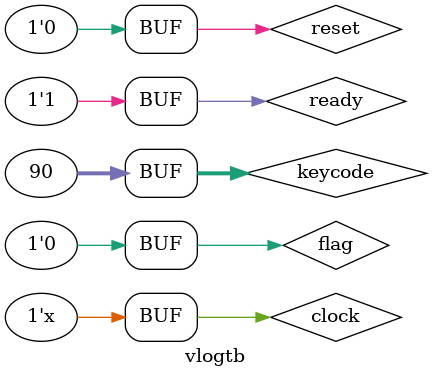
<source format=v>
`timescale 1ns / 1ps


module vlogtb(

    );
    reg reset,flag, clock;
    reg [31:0]keycode;
    wire [6:0] SEG;
    wire [7:0] AN;
    wire DP;
    wire uart_tx;
    reg ready;
    wire [7:0] data;
    test_vlog dv(clock
    ,reset,
     flag,
     keycode,
     SEG,
     AN,
     DP,
     uart_tx,
     ready,
     data);
    initial begin
        {reset,flag,keycode,clock}=0;
        ready=1;
        #10 reset=1;
        #10 reset=0;
    end
    initial begin
        #270 keycode=8'h43; flag=1;
        #8 keycode=8'h5A; flag=1;
        #8 flag=0;
        
    end
    initial begin
        #420 
        keycode = 8'h69;
        flag=1;
        #4 flag=0;
            keycode = 8'h70;
        #4 flag=1;
        #4 flag=0;
        #4 flag=1;
        #4 flag=0;
        #4 flag=1;
        #4 flag = 0;
        #4
        keycode = 8'h5A;
        #4 flag=1;
        #8
        keycode = 8'h70;
        #4 flag=0;
        #4 flag=1;
        #4 flag=0;
        #4 flag=1;
        #4 flag=0;
        #4 flag=1;
        #4 flag = 0;
        #4
        keycode = 8'h5A;
        #4 flag=1;
        #4 flag=0;
        #8;#26
        keycode = 8'h2D;
        flag=1;
        #8 keycode = 8'h5A;
        #8 flag=0;
    end
    initial begin
        #570
        keycode = 8'h2D;
        flag=1;
        #8 keycode = 8'h5A;
        #8 flag=0;
    end
    always begin
        #2 clock=~clock;
    end
//    always begin
//        #4 flag=~flag;
//    end
endmodule

</source>
